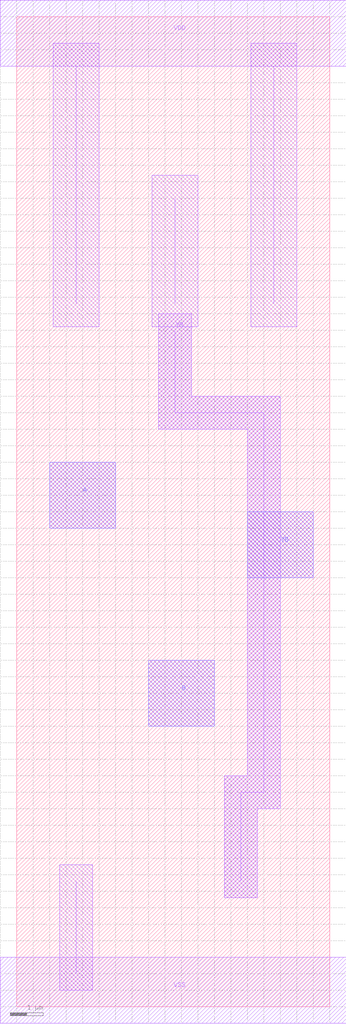
<source format=lef>
VERSION 5.5 ;
NAMESCASESENSITIVE ON ;
BUSBITCHARS "[]" ;
DIVIDERCHAR "/" ;

MACRO na21
  CLASS CORE ;
  SOURCE USER ;
  ORIGIN 0 0 ;
  SIZE 9.500 BY 30.000 ;
  SYMMETRY X Y ;
  SITE unit ;
 
  PIN A
    USE SIGNAL ;
    PORT
      LAYER ML2 ;
        POLYGON 1.000 14.500  1.000 16.500  3.000 16.500  3.000 14.500  1.000 
        14.500  ;
    END
    PORT
      LAYER ML1 ;
        POLYGON 1.000 14.500  1.000 16.500  3.000 16.500  3.000 14.500  1.000 
        14.500  ;
    END
  END A
  PIN B
    USE SIGNAL ;
    PORT
      LAYER ML2 ;
        POLYGON 4.000 8.500  4.000 10.500  6.000 10.500  6.000 8.500  4.000 
        8.500  ;
    END
    PORT
      LAYER ML1 ;
        POLYGON 4.000 8.500  4.000 10.500  6.000 10.500  6.000 8.500  4.000 
        8.500  ;
    END
  END B
  PIN VDD
    USE POWER ;
    PORT
      LAYER ML1 ;
        RECT -0.500 28.500  10.000 30.500  ;
    END
  END VDD
  PIN VSS
    USE GROUND ;
    PORT
      LAYER ML1 ;
        RECT -0.500 -0.500  10.000 1.500  ;
    END
  END VSS
  PIN YB
    USE SIGNAL ;
    PORT
      LAYER ML1 ;
        WIDTH 1.000  ;
        PATH 4.800 20.500 4.800 18.000 7.500 18.000 7.500 6.500 6.800 6.500 
        6.800 3.800  ;
    END
    PORT
      LAYER ML1 ;
        POLYGON 7.000 13.000  7.000 15.000  9.000 15.000  9.000 13.000  7.000 
        13.000  ;
    END
    PORT
      LAYER ML2 ;
        POLYGON 7.000 13.000  7.000 15.000  9.000 15.000  9.000 13.000  7.000 
        13.000  ;
    END
  END YB
  OBS

    LAYER ML1 ;

      WIDTH 1.400  ;
      PATH 1.800 21.300 1.800 28.500  ;
      WIDTH 1.000  ;
      PATH 1.800 1.000 1.800 3.800  ;
      WIDTH 1.400  ;
      PATH 7.800 21.300 7.800 28.500  ;

      WIDTH 1.400  ;
      PATH 4.800 21.300 4.800 24.500  ;
      WIDTH 1.000  ;
      PATH 4.800 20.500 4.800 18.000 7.500 18.000 7.500 6.500 6.800 6.500 
      6.800 3.800  ;

    VIA 1.800 22.500  dcont ;
    VIA 1.800 20.500  dcont ;
    VIA 1.800 3.800  dcont ;
    VIA 1.800 24.500  dcont ;
    VIA 4.800 22.500  dcont ;
    VIA 4.800 20.500  dcont ;
    VIA 4.800 24.500  dcont ;
    VIA 6.800 3.800  dcont ;
    VIA 7.800 24.500  dcont ;
    VIA 7.800 22.500  dcont ;
    VIA 7.800 20.500  dcont ;
    VIA 5.500 29.500  nsubcont ;
    VIA 5.000 9.500  pcont ;
    VIA 2.000 15.500  pcont ;
    VIA 5.000 0.500  psubcont ;
  END
END na21

MACRO dcont
  CLASS CORE ;
  OBS
    LAYER ML1 ;
      RECT -1.000 -1.000  1.000 1.000  ;
  END
END dcont

MACRO nsubcont
  CLASS CORE ;
  OBS
    LAYER ML1 ;
      RECT -1.000 -1.000  1.000 1.000  ;
  END
END nsubcont

MACRO pcont
  CLASS CORE ;
  OBS
    LAYER ML1 ;
      RECT -1.000 -1.000  1.000 1.000  ;
  END
END pcont

MACRO psubcont
  CLASS CORE ;
  OBS
    LAYER ML1 ;
      RECT -1.000 -1.000  1.000 1.000  ;
  END
END psubcont


END LIBRARY

</source>
